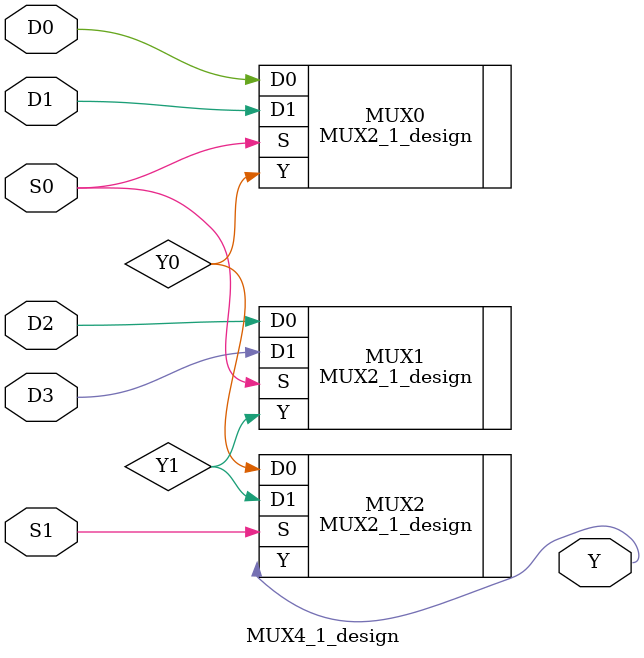
<source format=v>
module MUX4_1_design (
    input D0,    // Data input 0
    input D1,    // Data input 1
    input D2,    // Data input 2
    input D3,    // Data input 3
    input S0,    // Select line 0 (LSB)
    input S1,    // Select line 1 (MSB)
    output Y     // Output
);
    wire Y0, Y1;

    // First stage: select between D0/D1 and D2/D3
    MUX2_1_design MUX0 (.D0(D0), .D1(D1), .S(S0), .Y(Y0));
    MUX2_1_design MUX1 (.D0(D2), .D1(D3), .S(S0), .Y(Y1));
    // Second stage: select between outputs of first stage
    MUX2_1_design MUX2 (.D0(Y0), .D1(Y1), .S(S1), .Y(Y));

endmodule
</source>
